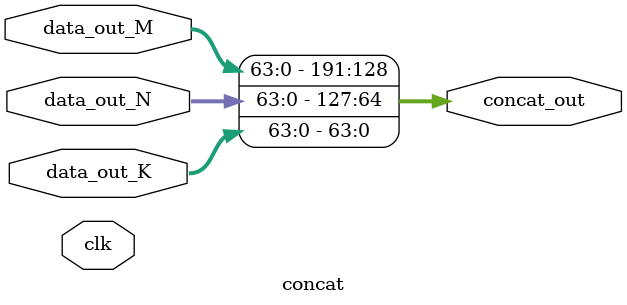
<source format=v>
    module concat #(
    parameter DATA_WIDTH = 8
) (
    input clk,
    input [DATA_WIDTH*8-1:0] data_out_M,
    input [DATA_WIDTH*8-1:0] data_out_N,
    input [DATA_WIDTH*8-1:0] data_out_K,
    output reg [24 * DATA_WIDTH - 1:0] concat_out 
);

always @(*) begin
    concat_out = {data_out_M, data_out_N, data_out_K};
end

endmodule
</source>
